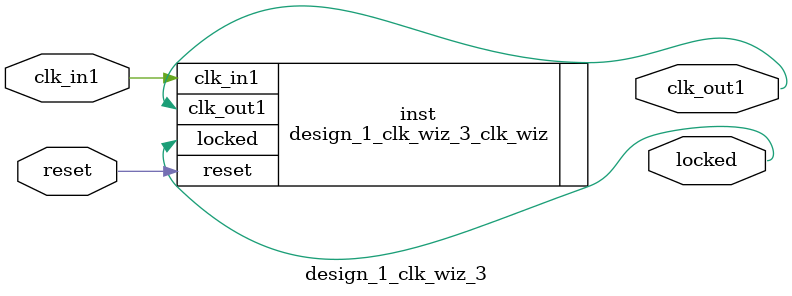
<source format=v>


`timescale 1ps/1ps

(* CORE_GENERATION_INFO = "design_1_clk_wiz_3,clk_wiz_v6_0_11_0_0,{component_name=design_1_clk_wiz_3,use_phase_alignment=true,use_min_o_jitter=false,use_max_i_jitter=false,use_dyn_phase_shift=false,use_inclk_switchover=false,use_dyn_reconfig=false,enable_axi=0,feedback_source=FDBK_AUTO,PRIMITIVE=MMCM,num_out_clk=1,clkin1_period=10.000,clkin2_period=10.000,use_power_down=false,use_reset=true,use_locked=true,use_inclk_stopped=false,feedback_type=SINGLE,CLOCK_MGR_TYPE=NA,manual_override=false}" *)

module design_1_clk_wiz_3 
 (
  // Clock out ports
  output        clk_out1,
  // Status and control signals
  input         reset,
  output        locked,
 // Clock in ports
  input         clk_in1
 );

  design_1_clk_wiz_3_clk_wiz inst
  (
  // Clock out ports  
  .clk_out1(clk_out1),
  // Status and control signals               
  .reset(reset), 
  .locked(locked),
 // Clock in ports
  .clk_in1(clk_in1)
  );

endmodule

</source>
